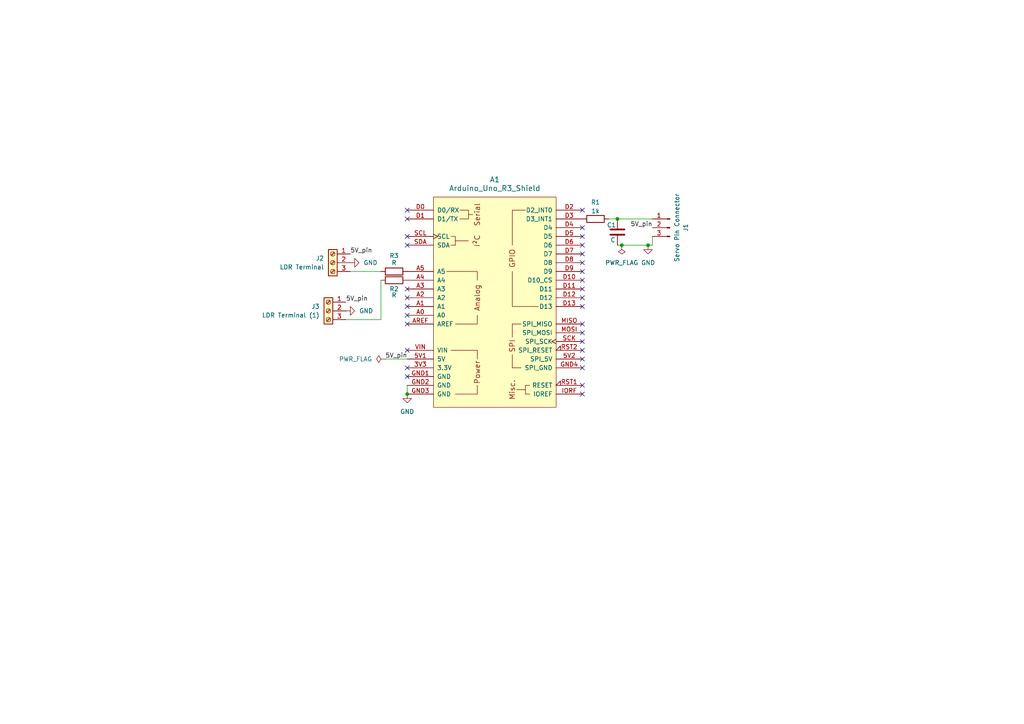
<source format=kicad_sch>
(kicad_sch (version 20250114) (generator "eeschema") (generator_version "9.0")
  (paper "A4")
  (title_block (title "Solar Tracking System") (date "2025-09-27") (rev "0"))
  (lib_symbols
    (symbol "Connector:Conn_01x03_Pin" (pin_names (offset 1.016) (hide yes))
      (property "Reference" "J" (at 0 5.08 0))
      (property "Value" "Conn_01x03_Pin" (at 0 -5.08 0))
      (symbol "Conn_01x03_Pin_1_1"
        (rectangle (start 0.8636 2.667) (end 0 2.413) (stroke (width 0.1524)) (fill (type outline)))
        (rectangle (start 0.8636 0.127) (end 0 -0.127) (stroke (width 0.1524)) (fill (type outline)))
        (rectangle (start 0.8636 -2.413) (end 0 -2.667) (stroke (width 0.1524)) (fill (type outline)))
        (polyline (pts (xy 1.27 2.54) (xy 0.8636 2.54)) (stroke (width 0.1524)))
        (polyline (pts (xy 1.27 0) (xy 0.8636 0)) (stroke (width 0.1524)))
        (polyline (pts (xy 1.27 -2.54) (xy 0.8636 -2.54)) (stroke (width 0.1524)))
        (pin passive line (at 5.08 2.54 180) (length 3.81) (name "Pin_1") (number "1"))
        (pin passive line (at 5.08 0 180) (length 3.81) (name "Pin_2") (number "2"))
        (pin passive line (at 5.08 -2.54 180) (length 3.81) (name "Pin_3") (number "3"))
      )
    )
    (symbol "Connector:Screw_Terminal_01x03" (pin_names (offset 1.016) (hide yes))
      (property "Reference" "J" (at 0 5.08 0))
      (property "Value" "Screw_Terminal_01x03" (at 0 -5.08 0))
      (symbol "Screw_Terminal_01x03_1_1"
        (rectangle (start -1.27 3.81) (end 1.27 -3.81) (stroke (width 0.254)) (fill (type background)))
        (polyline (pts (xy -0.5334 2.8702) (xy 0.3302 2.032)) (stroke (width 0.1524)))
        (polyline (pts (xy -0.5334 0.3302) (xy 0.3302 -0.508)) (stroke (width 0.1524)))
        (polyline (pts (xy -0.5334 -2.2098) (xy 0.3302 -3.048)) (stroke (width 0.1524)))
        (polyline (pts (xy -0.3556 3.048) (xy 0.508 2.2098)) (stroke (width 0.1524)))
        (polyline (pts (xy -0.3556 0.508) (xy 0.508 -0.3302)) (stroke (width 0.1524)))
        (polyline (pts (xy -0.3556 -2.032) (xy 0.508 -2.8702)) (stroke (width 0.1524)))
        (circle (center 0 2.54) (radius 0.635) (stroke (width 0.1524)))
        (circle (center 0 0) (radius 0.635) (stroke (width 0.1524)))
        (circle (center 0 -2.54) (radius 0.635) (stroke (width 0.1524)))
        (pin passive line (at -5.08 2.54 0) (length 3.81) (name "Pin_1") (number "1"))
        (pin passive line (at -5.08 0 0) (length 3.81) (name "Pin_2") (number "2"))
        (pin passive line (at -5.08 -2.54 0) (length 3.81) (name "Pin_3") (number "3"))
      )
    )
    (symbol "Device:C" (pin_numbers (hide yes)) (pin_names (offset 0.254))
      (property "Reference" "C" (at 0.635 2.54 0))
      (property "Value" "C" (at 0.635 -2.54 0))
      (symbol "C_0_1"
        (polyline (pts (xy -2.032 0.762) (xy 2.032 0.762)) (stroke (width 0.508)))
        (polyline (pts (xy -2.032 -0.762) (xy 2.032 -0.762)) (stroke (width 0.508)))
      )
      (symbol "C_1_1"
        (pin passive line (at 0 3.81 270) (length 2.794) (name "~") (number "1"))
        (pin passive line (at 0 -3.81 90) (length 2.794) (name "~") (number "2"))
      )
    )
    (symbol "Device:R" (pin_numbers (hide yes)) (pin_names (offset 0))
      (property "Reference" "R" (at 2.032 0 90))
      (property "Value" "R" (at 0 0 90))
      (symbol "R_0_1"
        (rectangle (start -1.016 -2.54) (end 1.016 2.54) (stroke (width 0.254)))
      )
      (symbol "R_1_1"
        (pin passive line (at 0 3.81 270) (length 1.27) (name "~") (number "1"))
        (pin passive line (at 0 -3.81 90) (length 1.27) (name "~") (number "2"))
      )
    )
    (symbol "PCM_arduino-library:Arduino_Uno_R3_Shield" (pin_names (offset 1.016))
      (property "Reference" "A" (at 0 36.83 0))
      (property "Value" "Arduino_Uno_R3_Shield" (at 0 33.02 0))
      (symbol "Arduino_Uno_R3_Shield_0_0"
        (rectangle (start -17.78 30.48) (end 17.78 -30.48) (fill (type background)))
        (polyline (pts (xy -12.7 19.05) (xy -11.43 19.05) (xy -11.43 16.51) (xy -12.7 16.51)))
        (rectangle (start -12.7 -13.97) (end -5.08 -13.97))
        (polyline (pts (xy -11.43 17.78) (xy -7.62 17.78)))
        (rectangle (start -11.43 -26.67) (end -5.08 -26.67))
        (polyline (pts (xy -10.16 26.67) (xy -7.62 26.67) (xy -7.62 24.13) (xy -10.16 24.13)))
        (polyline (pts (xy -7.62 25.4) (xy -6.35 25.4)))
        (polyline (pts (xy -5.08 6.35) (xy -5.08 8.89) (xy -13.97 8.89)))
        (polyline (pts (xy -5.08 -3.81) (xy -5.08 -6.35) (xy -11.43 -6.35)))
        (polyline (pts (xy -5.08 -13.97) (xy -5.08 -15.24)))
        (polyline (pts (xy -5.08 -15.24) (xy -5.08 -16.51)))
        (polyline (pts (xy -5.08 -26.67) (xy -5.08 -24.13)))
        (polyline (pts (xy 5.08 16.51) (xy 5.08 26.67) (xy 8.89 26.67)))
        (polyline (pts (xy 5.08 8.89) (xy 5.08 -1.27) (xy 12.7 -1.27)))
        (rectangle (start 5.08 -10.16) (end 5.08 -6.35))
        (rectangle (start 5.08 -19.05) (end 5.08 -15.24))
        (rectangle (start 5.08 -19.05) (end 7.62 -19.05))
        (rectangle (start 7.62 -6.35) (end 5.08 -6.35))
        (rectangle (start 8.89 -24.13) (end 8.89 -26.67))
        (rectangle (start 8.89 -25.4) (end 6.35 -25.4))
        (rectangle (start 10.16 -24.13) (end 8.89 -24.13))
        (rectangle (start 10.16 -26.67) (end 8.89 -26.67))
        (text "Serial" (at -5.08 25.4 900) (effects (font (size 1.524 1.524))))
        (text "I²C" (at -5.08 17.78 900) (effects (font (size 1.524 1.524))))
        (text "Analog" (at -5.08 1.27 900) (effects (font (size 1.524 1.524))))
        (text "Power" (at -5.08 -20.32 900) (effects (font (size 1.524 1.524))))
        (text "SPI" (at 5.08 -12.7 900) (effects (font (size 1.524 1.524))))
        (text "Misc." (at 5.08 -25.4 900) (effects (font (size 1.524 1.524))))
      )
      (symbol "Arduino_Uno_R3_Shield_1_0"
        (text "GPIO" (at 5.08 12.7 900) (effects (font (size 1.524 1.524))))
      )
      (symbol "Arduino_Uno_R3_Shield_1_1"
        (pin bidirectional line (at -25.4 26.67 0) (length 7.62) (name "D0/RX") (number "D0"))
        (pin bidirectional line (at -25.4 24.13 0) (length 7.62) (name "D1/TX") (number "D1"))
        (pin bidirectional clock (at -25.4 19.05 0) (length 7.62) (name "SCL") (number "SCL"))
        (pin bidirectional line (at -25.4 16.51 0) (length 7.62) (name "SDA") (number "SDA"))
        (pin bidirectional line (at -25.4 8.89 0) (length 7.62) (name "A5") (number "A5"))
        (pin bidirectional line (at -25.4 6.35 0) (length 7.62) (name "A4") (number "A4"))
        (pin bidirectional line (at -25.4 3.81 0) (length 7.62) (name "A3") (number "A3"))
        (pin bidirectional line (at -25.4 1.27 0) (length 7.62) (name "A2") (number "A2"))
        (pin bidirectional line (at -25.4 -1.27 0) (length 7.62) (name "A1") (number "A1"))
        (pin bidirectional line (at -25.4 -3.81 0) (length 7.62) (name "A0") (number "A0"))
        (pin input line (at -25.4 -6.35 0) (length 7.62) (name "AREF") (number "AREF"))
        (pin power_in line (at -25.4 -13.97 0) (length 7.62) (name "VIN") (number "VIN"))
        (pin power_in line (at -25.4 -16.51 0) (length 7.62) (name "5V") (number "5V1"))
        (pin power_out line (at -25.4 -19.05 0) (length 7.62) (name "3.3V") (number "3V3"))
        (pin power_in line (at -25.4 -21.59 0) (length 7.62) (name "GND") (number "GND1"))
        (pin power_in line (at -25.4 -24.13 0) (length 7.62) (name "GND") (number "GND2"))
        (pin power_in line (at -25.4 -26.67 0) (length 7.62) (name "GND") (number "GND3"))
        (pin bidirectional line (at 25.4 26.67 180) (length 7.62) (name "D2_INT0") (number "D2"))
        (pin bidirectional line (at 25.4 24.13 180) (length 7.62) (name "D3_INT1") (number "D3"))
        (pin bidirectional line (at 25.4 21.59 180) (length 7.62) (name "D4") (number "D4"))
        (pin bidirectional line (at 25.4 19.05 180) (length 7.62) (name "D5") (number "D5"))
        (pin bidirectional line (at 25.4 16.51 180) (length 7.62) (name "D6") (number "D6"))
        (pin bidirectional line (at 25.4 13.97 180) (length 7.62) (name "D7") (number "D7"))
        (pin bidirectional line (at 25.4 11.43 180) (length 7.62) (name "D8") (number "D8"))
        (pin bidirectional line (at 25.4 8.89 180) (length 7.62) (name "D9") (number "D9"))
        (pin bidirectional line (at 25.4 6.35 180) (length 7.62) (name "D10_CS") (number "D10"))
        (pin bidirectional line (at 25.4 3.81 180) (length 7.62) (name "D11") (number "D11"))
        (pin bidirectional line (at 25.4 1.27 180) (length 7.62) (name "D12") (number "D12"))
        (pin bidirectional line (at 25.4 -1.27 180) (length 7.62) (name "D13") (number "D13"))
        (pin input line (at 25.4 -6.35 180) (length 7.62) (name "SPI_MISO") (number "MISO"))
        (pin output line (at 25.4 -8.89 180) (length 7.62) (name "SPI_MOSI") (number "MOSI"))
        (pin output clock (at 25.4 -11.43 180) (length 7.62) (name "SPI_SCK") (number "SCK"))
        (pin open_collector input_low (at 25.4 -13.97 180) (length 7.62) (name "SPI_RESET") (number "RST2"))
        (pin power_in line (at 25.4 -16.51 180) (length 7.62) (name "SPI_5V") (number "5V2"))
        (pin power_in line (at 25.4 -19.05 180) (length 7.62) (name "SPI_GND") (number "GND4"))
        (pin open_collector input_low (at 25.4 -24.13 180) (length 7.62) (name "RESET") (number "RST1"))
        (pin output line (at 25.4 -26.67 180) (length 7.62) (name "IOREF") (number "IORF"))
      )
    )
    (symbol "power:GND" (power) (pin_numbers (hide yes)) (pin_names (offset 0) (hide yes))
      (property "Value" "GND" (at 0 -3.81 0))
      (symbol "GND_0_1"
        (polyline (pts (xy 0 0) (xy 0 -1.27) (xy 1.27 -1.27) (xy 0 -2.54) (xy -1.27 -1.27) (xy 0 -1.27)))
      )
      (symbol "GND_1_1"
        (pin power_in line (at 0 0 270) (length 0) (name "~") (number "1"))
      )
    )
    (symbol "power:PWR_FLAG" (power) (pin_numbers (hide yes)) (pin_names (offset 0) (hide yes))
      (property "Value" "PWR_FLAG" (at 0 3.81 0))
      (symbol "PWR_FLAG_0_0"
        (pin power_out line (at 0 0 90) (length 0) (name "~") (number "1"))
      )
      (symbol "PWR_FLAG_0_1"
        (polyline (pts (xy 0 0) (xy 0 1.27) (xy -1.016 1.905) (xy 0 2.54) (xy 1.016 1.905) (xy 0 1.27)))
      )
    )
  )
  (junction (at 180.34 71.12))
  (junction (at 118.11 114.3))
  (junction (at 179.07 63.5))
  (junction (at 187.96 71.12))
  (no_connect (at 118.11 86.36))
  (no_connect (at 118.11 91.44))
  (no_connect (at 168.91 86.36))
  (no_connect (at 168.91 99.06))
  (no_connect (at 168.91 111.76))
  (no_connect (at 168.91 60.96))
  (no_connect (at 168.91 66.04))
  (no_connect (at 118.11 63.5))
  (no_connect (at 168.91 93.98))
  (no_connect (at 168.91 78.74))
  (no_connect (at 168.91 68.58))
  (no_connect (at 118.11 68.58))
  (no_connect (at 118.11 83.82))
  (no_connect (at 168.91 101.6))
  (no_connect (at 168.91 76.2))
  (no_connect (at 118.11 71.12))
  (no_connect (at 168.91 96.52))
  (no_connect (at 118.11 88.9))
  (no_connect (at 168.91 83.82))
  (no_connect (at 168.91 73.66))
  (no_connect (at 168.91 81.28))
  (no_connect (at 118.11 93.98))
  (no_connect (at 168.91 106.68))
  (no_connect (at 118.11 60.96))
  (no_connect (at 168.91 88.9))
  (no_connect (at 118.11 106.68))
  (no_connect (at 118.11 101.6))
  (no_connect (at 168.91 114.3))
  (no_connect (at 168.91 104.14))
  (no_connect (at 168.91 71.12))
  (no_connect (at 118.11 109.22))
  (wire (pts (xy 187.96 71.12) (xy 189.23 71.12)))
  (wire (pts (xy 176.53 63.5) (xy 179.07 63.5)))
  (wire (pts (xy 111.76 104.14) (xy 118.11 104.14)))
  (wire (pts (xy 100.33 92.71) (xy 110.49 92.71)))
  (wire (pts (xy 180.34 71.12) (xy 187.96 71.12)))
  (wire (pts (xy 179.07 63.5) (xy 189.23 63.5)))
  (wire (pts (xy 118.11 111.76) (xy 118.11 114.3)))
  (wire (pts (xy 189.23 68.58) (xy 189.23 71.12)))
  (wire (pts (xy 180.34 71.12) (xy 179.07 71.12)))
  (wire (pts (xy 110.49 92.71) (xy 110.49 81.28)))
  (wire (pts (xy 101.6 78.74) (xy 110.49 78.74)))
  (label "5V_pin" (at 101.6 73.66 0))
  (label "5V_pin" (at 189.23 66.04 180))
  (label "5V_pin" (at 118.11 104.14 180))
  (label "5V_pin" (at 100.33 87.63 0))
  (symbol (lib_id "power:GND") (at 101.6 76.2 90) (unit 1)
    (property "Reference" "#PWR03" (effects (hide yes)))
    (property "Value" "GND" (at 105.41 76.1999 90) (effects (justify right)))
    (property "Description" "Power symbol creates a global label with name \"GND\" , ground" (effects (hide yes)))
  )
  (symbol (lib_id "Device:R") (at 172.72 63.5 90) (unit 1)
    (property "Reference" "R1" (at 172.72 58.674 90))
    (property "Value" "1k" (at 172.72 61.214 90))
    (property "Footprint" "Resistor_THT:R_Axial_DIN0411_L9.9mm_D3.6mm_P12.70mm_Horizontal" (effects (hide yes)))
    (property "Description" "Resistor" (effects (hide yes)))
  )
  (symbol (lib_id "PCM_arduino-library:Arduino_Uno_R3_Shield") (at 143.51 87.63 0) (unit 1)
    (property "Reference" "A1" (at 143.51 52.07 0) (effects (font (size 1.524 1.524))))
    (property "Value" "Arduino_Uno_R3_Shield" (at 143.51 54.61 0) (effects (font (size 1.524 1.524))))
    (property "Footprint" "PCM_arduino-library:Arduino_Uno_R3_Shield" (effects (hide yes)))
    (property "Datasheet" "https://docs.arduino.cc/hardware/uno-rev3" (effects (hide yes)))
    (property "Description" "Shield for Arduino Uno R3" (effects (hide yes)))
  )
  (symbol (lib_id "Connector:Screw_Terminal_01x03") (at 96.52 76.2 0) (mirror y) (unit 1)
    (property "Reference" "J2" (at 93.98 74.9299 0) (effects (justify left)))
    (property "Value" "LDR Terminal" (at 93.98 77.4699 0) (effects (justify left)))
    (property "Footprint" "TerminalBlock:TerminalBlock_bornier-3_P5.08mm" (effects (hide yes)))
    (property "Description" "Generic screw terminal, single row, 01x03, script generated (kicad-library-utils/schlib/autogen/connector/)" (effects (hide yes)))
  )
  (symbol (lib_id "power:GND") (at 100.33 90.17 90) (unit 1)
    (property "Reference" "#PWR02" (effects (hide yes)))
    (property "Value" "GND" (at 104.14 90.1699 90) (effects (justify right)))
    (property "Description" "Power symbol creates a global label with name \"GND\" , ground" (effects (hide yes)))
  )
  (symbol (lib_id "Device:R") (at 114.3 81.28 90) (unit 1)
    (property "Reference" "R2" (at 114.3 83.82 90))
    (property "Value" "R" (at 114.3 85.598 90))
    (property "Footprint" "Resistor_THT:R_Axial_DIN0411_L9.9mm_D3.6mm_P12.70mm_Horizontal" (effects (hide yes)))
    (property "Description" "Resistor" (effects (hide yes)))
  )
  (symbol (lib_id "Device:R") (at 114.3 78.74 90) (unit 1)
    (property "Reference" "R3" (at 114.3 74.168 90))
    (property "Value" "R" (at 114.3 76.2 90))
    (property "Footprint" "Resistor_THT:R_Axial_DIN0411_L9.9mm_D3.6mm_P12.70mm_Horizontal" (effects (hide yes)))
    (property "Description" "Resistor" (effects (hide yes)))
  )
  (symbol (lib_id "Connector:Conn_01x03_Pin") (at 194.31 66.04 0) (mirror y) (unit 1)
    (property "Reference" "J1" (at 198.882 66.04 90))
    (property "Value" "Servo Pin Connector" (at 196.342 66.04 90))
    (property "Footprint" "Connector_PinHeader_2.54mm:PinHeader_1x03_P2.54mm_Vertical" (effects (hide yes)))
    (property "Description" "Generic connector, single row, 01x03, script generated" (effects (hide yes)))
  )
  (symbol (lib_id "Connector:Screw_Terminal_01x03") (at 95.25 90.17 0) (mirror y) (unit 1)
    (property "Reference" "J3" (at 92.71 88.8999 0) (effects (justify left)))
    (property "Value" "LDR Terminal (1)" (at 92.71 91.4399 0) (effects (justify left)))
    (property "Footprint" "TerminalBlock:TerminalBlock_bornier-3_P5.08mm" (effects (hide yes)))
    (property "Description" "Generic screw terminal, single row, 01x03, script generated (kicad-library-utils/schlib/autogen/connector/)" (effects (hide yes)))
  )
  (symbol (lib_id "power:PWR_FLAG") (at 111.76 104.14 90) (unit 1)
    (property "Reference" "#FLG02" (effects (hide yes)))
    (property "Value" "PWR_FLAG" (at 107.95 104.1399 90) (effects (justify left)))
    (property "Description" "Special symbol for telling ERC where power comes from" (effects (hide yes)))
  )
  (symbol (lib_id "power:GND") (at 187.96 71.12 0) (unit 1)
    (property "Reference" "#PWR01" (effects (hide yes)))
    (property "Value" "GND" (at 187.96 76.2 0))
    (property "Description" "Power symbol creates a global label with name \"GND\" , ground" (effects (hide yes)))
  )
  (symbol (lib_id "Device:C") (at 179.07 67.31 0) (unit 1)
    (property "Reference" "C1" (at 176.022 65.278 0) (effects (justify left)))
    (property "Value" "C" (at 177.038 69.596 0) (effects (justify left)))
    (property "Footprint" "Capacitor_THT:C_Radial_D5.0mm_H7.0mm_P2.00mm" (effects (hide yes)))
    (property "Description" "Unpolarized capacitor" (effects (hide yes)))
  )
  (symbol (lib_id "power:PWR_FLAG") (at 180.34 71.12 180) (unit 1)
    (property "Reference" "#FLG01" (effects (hide yes)))
    (property "Value" "PWR_FLAG" (at 180.34 76.2 0))
    (property "Description" "Special symbol for telling ERC where power comes from" (effects (hide yes)))
  )
  (symbol (lib_id "power:GND") (at 118.11 114.3 0) (unit 1)
    (property "Reference" "#PWR04" (effects (hide yes)))
    (property "Value" "GND" (at 118.11 119.38 0))
    (property "Description" "Power symbol creates a global label with name \"GND\" , ground" (effects (hide yes)))
  )
)
</source>
